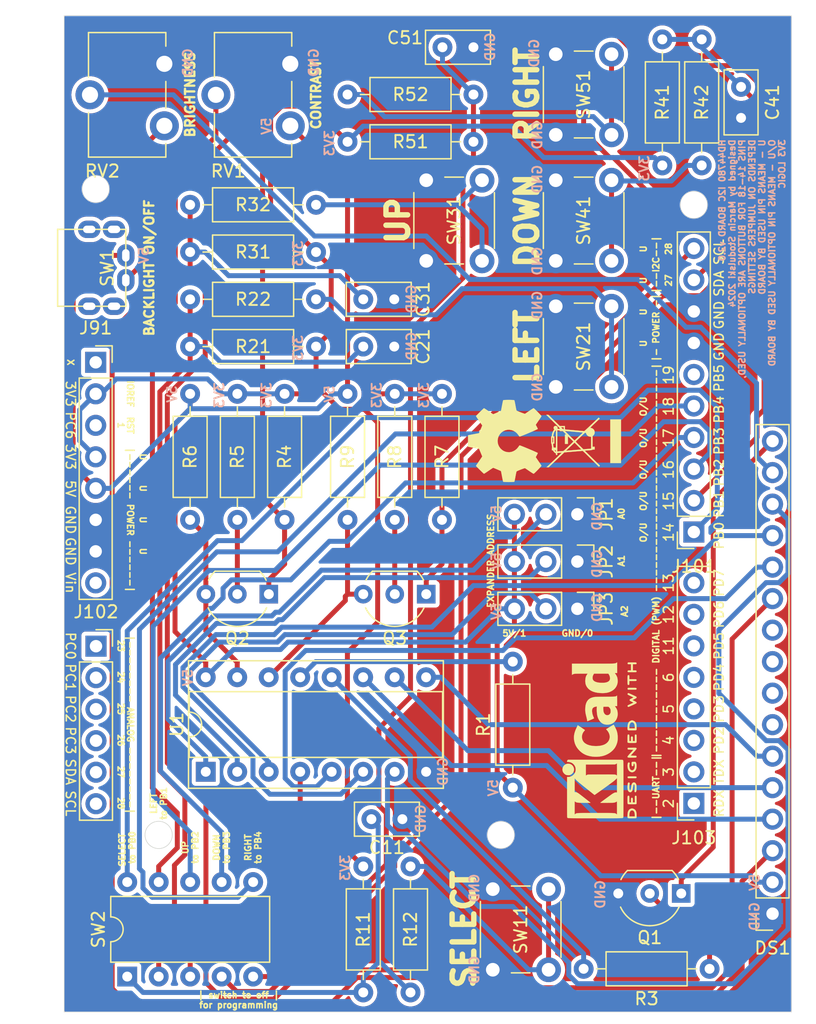
<source format=kicad_pcb>
(kicad_pcb (version 20221018) (generator pcbnew)
  (layers (0 "F.Cu" signal) (31 "B.Cu" signal) (34 "B.Paste" user) (35 "F.Paste" user) (36 "B.SilkS" user "B.Silkscreen") (37 "F.SilkS" user "F.Silkscreen") (38 "B.Mask" user) (39 "F.Mask" user) (44 "Edge.Cuts" user))
  (net 0 "")
  (net 1 "GNDREF")
  (net 2 "+5V")
  (net 3 "RS")
  (net 4 "RW")
  (net 5 "E")
  (net 6 "D4")
  (net 7 "D5")
  (net 8 "D6")
  (net 9 "D7")
  (net 10 "Net-(DS1-LED(-))")
  (net 11 "Net-(DS1-LED(+))")
  (net 13 "SDA")
  (net 14 "SCL")
  (net 16 "+3.3V")
  (net 18 "SDAC")
  (net 19 "SCLC")
  (net 21 "Net-(DS1-VO)")
  (net 39 "Net-(JP1-C)")
  (net 40 "Net-(JP2-C)")
  (net 41 "LED")
  (net 42 "PB0")
  (net 43 "PB1")
  (net 44 "PB2")
  (net 45 "PB3")
  (net 46 "PB4")
  (net 47 "Net-(JP3-C)")
  (net 48 "Net-(R12-Pad2)")
  (net 49 "Net-(R22-Pad2)")
  (net 50 "Net-(R32-Pad2)")
  (net 51 "Net-(R42-Pad2)")
  (net 52 "Net-(R52-Pad2)")
  (net 53 "Net-(Q1-B)")
  (net 54 "Net-(Q2-G)")
  (net 55 "Net-(Q3-G)")
  (net 56 "Net-(U1-~{INT})")
  (net 57 "SELECT")
  (net 58 "LEFT")
  (net 59 "UP")
  (net 60 "DOWN")
  (net 61 "RIGHT")
  (net 62 "Net-(RV2-Pad3)")
  (footprint "Resistor_THT:R_Axial_DIN0207_L6.3mm_D2.5mm_P10.16mm_Horizontal" (layer "F.Cu") (at 53.34 60.96 90)
    (fp_text reference "R7")
    (fp_text value "4k7")
  )
  (footprint "Resistor_THT:R_Axial_DIN0207_L6.3mm_D2.5mm_P10.16mm_Horizontal" (layer "F.Cu") (at 33.02 43.18)
    (fp_text reference "R22")
    (fp_text value "1K")
  )
  (footprint "Resistor_THT:R_Axial_DIN0207_L6.3mm_D2.5mm_P10.16mm_Horizontal" (layer "F.Cu") (at 71.12 32.385 90)
    (fp_text reference "R41")
    (fp_text value "10k")
  )
  (footprint "Resistor_THT:R_Axial_DIN0207_L6.3mm_D2.5mm_P10.16mm_Horizontal" (layer "F.Cu") (at 45.72 60.96 90)
    (fp_text reference "R9")
    (fp_text value "4k7")
  )
  (footprint "Connector_PinSocket_2.54mm:PinSocket_1x08_P2.54mm_Vertical" (layer "F.Cu") (at 25.4 48.26)
    (fp_text reference "J91")
    (fp_text value "Conn_01x08_Female")
  )
  (footprint "Package_DIP:DIP-10_W7.62mm" (layer "F.Cu") (at 27.945 97.78 90)
    (fp_text reference "SW2")
    (fp_text value "SW_DIP_x05")
  )
  (footprint "Button_Switch_THT:SW_PUSH_6mm_H4.3mm" (layer "F.Cu") (at 52.07 40.08 90)
    (fp_text reference "SW31")
    (fp_text value "SW_UP")
  )
  (footprint "Connector_PinSocket_2.54mm:PinSocket_1x16_P2.54mm_Vertical" (layer "F.Cu") (at 80.01 92.71 180)
    (fp_text reference "DS1")
    (fp_text value "HD44780")
  )
  (footprint "Connector_PinHeader_2.54mm:PinHeader_1x03_P2.54mm_Vertical" (layer "F.Cu") (at 64.262 64.322 -90)
    (fp_text reference "JP2")
    (fp_text value "Jumper")
  )
  (footprint "Capacitor_THT:C_Disc_D5.0mm_W2.5mm_P2.50mm" (layer "F.Cu") (at 46.99 46.99)
    (fp_text reference "C21")
    (fp_text value "100nF")
  )
  (footprint "Button_Switch_THT:SW_PUSH_6mm_H4.3mm" (layer "F.Cu") (at 62.52 50.24 90)
    (fp_text reference "SW21")
    (fp_text value "SW_LEFT")
  )
  (footprint "Resistor_THT:R_Axial_DIN0207_L6.3mm_D2.5mm_P10.16mm_Horizontal" (layer "F.Cu") (at 43.18 39.37 180)
    (fp_text reference "R31")
    (fp_text value "10k")
  )
  (footprint "Capacitor_THT:C_Disc_D5.0mm_W2.5mm_P2.50mm" (layer "F.Cu") (at 77.47 26.055 -90)
    (fp_text reference "C41")
    (fp_text value "100nF")
  )
  (footprint "Connector_PinHeader_2.54mm:PinHeader_1x03_P2.54mm_Vertical" (layer "F.Cu") (at 64.262 60.512 -90)
    (fp_text reference "JP1")
    (fp_text value "Jumper")
  )
  (footprint "moja_biblioteka:wlacznik katowy" (layer "F.Cu") (at 27.83 41.64 90)
    (fp_text reference "SW1")
    (fp_text value "SW_DIP_x01")
  )
  (footprint "Capacitor_THT:C_Disc_D5.0mm_W2.5mm_P2.50mm" (layer "F.Cu") (at 53.38 22.86)
    (fp_text reference "C51")
    (fp_text value "100nF")
  )
  (footprint "Resistor_THT:R_Axial_DIN0207_L6.3mm_D2.5mm_P10.16mm_Horizontal" (layer "F.Cu") (at 50.8 99.06 90)
    (fp_text reference "R12")
    (fp_text value "1K")
  )
  (footprint "Button_Switch_THT:SW_PUSH_6mm_H4.3mm" (layer "F.Cu") (at 62.52 29.92 90)
    (fp_text reference "SW51")
    (fp_text value "SW_RIGHT")
  )
  (footprint "Connector_PinSocket_2.54mm:PinSocket_1x06_P2.54mm_Vertical" (layer "F.Cu") (at 25.425 71.145)
    (fp_text reference "J102")
    (fp_text value "Conn_01x06_Female")
  )
  (footprint "Capacitor_THT:C_Disc_D5.0mm_W2.5mm_P2.50mm" (layer "F.Cu") (at 46.99 43.18)
    (fp_text reference "C31")
    (fp_text value "100nF")
  )
  (footprint "Resistor_THT:R_Axial_DIN0207_L6.3mm_D2.5mm_P10.16mm_Horizontal" (layer "F.Cu") (at 46.99 88.9 -90)
    (fp_text reference "R11")
    (fp_text value "10k")
  )
  (footprint "Connector_PinSocket_2.54mm:PinSocket_1x10_P2.54mm_Vertical" (layer "F.Cu") (at 73.66 61.94 180)
    (fp_text reference "J101")
    (fp_text value "Conn_01x10_Female")
  )
  (footprint "Resistor_THT:R_Axial_DIN0207_L6.3mm_D2.5mm_P10.16mm_Horizontal" (layer "F.Cu") (at 74.295 22.225 -90)
    (fp_text reference "R42")
    (fp_text value "1K")
  )
  (footprint "Resistor_THT:R_Axial_DIN0207_L6.3mm_D2.5mm_P10.16mm_Horizontal" (layer "F.Cu") (at 36.83 60.96 90)
    (fp_text reference "R5")
    (fp_text value "4k7")
  )
  (footprint "Resistor_THT:R_Axial_DIN0207_L6.3mm_D2.5mm_P10.16mm_Horizontal" (layer "F.Cu") (at 43.18 46.99 180)
    (fp_text reference "R21")
    (fp_text value "10k")
  )
  (footprint "Package_TO_SOT_THT:TO-92_Inline_Wide" (layer "F.Cu") (at 52.07 66.95 180)
    (fp_text reference "Q3")
    (fp_text value "2N7000")
  )
  (footprint "moja_biblioteka:Potentiometer_ACP_CA9-V5_Vertical" (layer "F.Cu") (at 41.1 24.195 180)
    (fp_text reference "RV1")
    (fp_text value "10k")
  )
  (footprint "Package_TO_SOT_THT:TO-92_Inline_Wide" (layer "F.Cu") (at 39.37 66.95 180)
    (fp_text reference "Q2")
    (fp_text value "2N7000")
  )
  (footprint "Package_TO_SOT_THT:TO-92_Inline_Wide" (layer "F.Cu") (at 72.644 91.08 180)
    (fp_text reference "Q1")
    (fp_text value "BC337")
  )
  (footprint "Connector_PinHeader_2.54mm:PinHeader_1x03_P2.54mm_Vertical" (layer "F.Cu") (at 64.262 68.132 -90)
    (fp_text reference "JP3")
    (fp_text value "Jumper")
  )
  (footprint "Resistor_THT:R_Axial_DIN0207_L6.3mm_D2.5mm_P10.16mm_Horizontal" (layer "F.Cu") (at 49.53 60.96 90)
    (fp_text reference "R8")
    (fp_text value "4k7")
  )
  (footprint "Capacitor_THT:C_Disc_D5.0mm_W2.5mm_P2.50mm" (layer "F.Cu") (at 47.645 85.09)
    (fp_text reference "C11")
    (fp_text value "100nF")
  )
  (footprint "Package_DIP:DIP-16_W7.62mm_Socket" (layer "F.Cu") (at 34.28 81.27 90)
    (fp_text reference "U1")
    (fp_text value "PCF8574A")
  )
  (footprint "Resistor_THT:R_Axial_DIN0207_L6.3mm_D2.5mm_P10.16mm_Horizontal" (layer "F.Cu") (at 64.77 97.155)
    (fp_text reference "R3")
    (fp_text value "1k")
  )
  (footprint "Resistor_THT:R_Axial_DIN0207_L6.3mm_D2.5mm_P10.16mm_Horizontal" (layer "F.Cu") (at 33.02 60.96 90)
    (fp_text reference "R6")
    (fp_text value "4k7")
  )
  (footprint "Symbol:KiCad-Logo2_5mm_SilkScreen" (layer "F.Cu") (at 66.04 78.74 90)
    (fp_text reference "REFL1" hide)
    (fp_text value "KiCad-Logo2_5mm_SilkScreen" hide)
  )
  (footprint "Resistor_THT:R_Axial_DIN0207_L6.3mm_D2.5mm_P10.16mm_Horizontal" (layer "F.Cu") (at 59.055 82.55 90)
    (fp_text reference "R1")
    (fp_text value "10k")
  )
  (footprint "Resistor_THT:R_Axial_DIN0207_L6.3mm_D2.5mm_P10.16mm_Horizontal" (layer "F.Cu") (at 40.64 60.96 90)
    (fp_text reference "R4")
    (fp_text value "4k7")
  )
  (footprint "Symbol:OSHW-Symbol_6.7x6mm_SilkScreen" (layer "F.Cu") (at 58.42 54.61 90)
    (fp_text reference "REFL2" hide)
    (fp_text value "OSHW-Symbol_6.7x6mm_SilkScreen" hide)
  )
  (footprint "moja_biblioteka:Potentiometer_ACP_CA9-V5_Vertical" (layer "F.Cu") (at 30.94 24.195 180)
    (fp_text reference "RV2")
    (fp_text value "500")
  )
  (footprint "Resistor_THT:R_Axial_DIN0207_L6.3mm_D2.5mm_P10.16mm_Horizontal" (layer "F.Cu") (at 45.72 30.48)
    (fp_text reference "R51")
    (fp_text value "10k")
  )
  (footprint "Button_Switch_THT:SW_PUSH_6mm_H4.3mm" (layer "F.Cu") (at 57.44 97.23 90)
    (fp_text reference "SW11")
    (fp_text value "SW_SELECT")
  )
  (footprint "Resistor_THT:R_Axial_DIN0207_L6.3mm_D2.5mm_P10.16mm_Horizontal" (layer "F.Cu") (at 33.02 35.56)
    (fp_text reference "R32")
    (fp_text value "1K")
  )
  (footprint "Symbol:WEEE-Logo_4.2x6mm_SilkScreen" (layer "F.Cu") (at 64.77 54.61 90)
    (fp_text reference "REFL3" hide)
    (fp_text value "WEEE-Logo_4.2x6mm_SilkScreen" hide)
  )
  (footprint "Connector_PinSocket_2.54mm:PinSocket_1x08_P2.54mm_Vertical" (layer "F.Cu") (at 73.66 83.82 180)
    (fp_text reference "J103")
    (fp_text value "Conn_01x08_Female")
  )
  (footprint "Resistor_THT:R_Axial_DIN0207_L6.3mm_D2.5mm_P10.16mm_Horizontal" (layer "F.Cu") (at 55.88 26.67 180)
    (fp_text reference "R52")
    (fp_text value "1K")
  )
  (footprint "Button_Switch_THT:SW_PUSH_6mm_H4.3mm" (layer "F.Cu") (at 62.52 40.08 90)
    (fp_text reference "SW41")
    (fp_text value "SW_DOWN")
  )
  (gr_line (start 81.534 100.63) (end 81.534 20.32) (stroke (width 0.05)) (layer "Edge.Cuts"))
  (gr_circle (center 58.09 86.36) (end 59.19 86.36) (stroke (width 0.05)) (fill none) (layer "Edge.Cuts"))
  (gr_circle (center 30.48 86.36) (end 31.58 86.36) (stroke (width 0.05)) (fill none) (layer "Edge.Cuts"))
  (gr_circle (center 73.66 35.56) (end 74.76 35.56) (stroke (width 0.05)) (fill none) (layer "Edge.Cuts"))
  (gr_line (start 81.534 20.32) (end 22.86 20.32) (stroke (width 0.05)) (layer "Edge.Cuts"))
  (gr_circle (center 25.4 34.29) (end 26.5 34.29) (stroke (width 0.05)) (fill none) (layer "Edge.Cuts"))
  (gr_line (start 22.86 100.63) (end 81.534 100.63) (stroke (width 0.05)) (layer "Edge.Cuts"))
  (gr_line (start 22.86 20.32) (end 22.86 100.63) (stroke (width 0.05)) (layer "Edge.Cuts"))
  (gr_text "3V3" (at 48.514 49.784 90) (layer "B.SilkS") (effects (font (size 0.75 0.75)) (justify left bottom mirror)))
  (gr_text "5V" (at 29.718 38.862 90) (layer "B.SilkS") (effects (font (size 0.75 0.75)) (justify left bottom mirror)))
  (gr_text "GND" (at 61.468 38.862 90) (layer "B.SilkS") (effects (font (size 0.75 0.75)) (justify left bottom mirror)))
  (gr_text "5V" (at 33.274 72.898 90) (layer "B.SilkS") (effects (font (size 0.75 0.75)) (justify left bottom mirror)))
  (gr_text "GND" (at 66.294 59.436 90) (layer "B.SilkS") (effects (font (size 0.75 0.75)) (justify left bottom mirror)))
  (gr_text "5V" (at 58.166 63.5 90) (layer "B.SilkS") (effects (font (size 0.75 0.75)) (justify left bottom mirror)))
  (gr_text "GND" (at 66.294 66.802 90) (layer "B.SilkS") (effects (font (size 0.75 0.75)) (justify left bottom mirror)))
  (gr_text "3V3" (at 39.624 49.784 90) (layer "B.SilkS") (effects (font (size 0.75 0.75)) (justify left bottom mirror)))
  (gr_text "GND" (at 61.214 22.098 90) (layer "B.SilkS") (effects (font (size 0.75 0.75)) (justify left bottom mirror)))
  (gr_text "GND" (at 57.658 21.59 90) (layer "B.SilkS") (effects (font (size 0.75 0.75)) (justify left bottom mirror)))
  (gr_text "GND" (at 78.994 91.694 90) (layer "B.SilkS") (effects (font (size 0.75 0.75)) (justify left bottom mirror)))
  (gr_text "3V3" (at 35.814 49.784 90) (layer "B.SilkS") (effects (font (size 0.75 0.75)) (justify left bottom mirror)))
  (gr_text "GND" (at 61.468 42.418 90) (layer "B.SilkS") (effects (font (size 0.75 0.75)) (justify left bottom mirror)))
  (gr_text "GND" (at 33.274 22.86 90) (layer "B.SilkS") (effects (font (size 0.75 0.75)) (justify left bottom mirror)))
  (gr_text "5V" (at 58.166 67.564 90) (layer "B.SilkS") (effects (font (size 0.75 0.75)) (justify left bottom mirror)))
  (gr_text "HD44780 I2C BOARD v2.0\nDesigned by Marcin Stodulski 2024\nPINS 14-18 FOR BUTTONS ARE OPTIONALLY USED,\nDEPENDS ON JUMPERS SETTINGS\nU - MEANS PIN USED BY BOARD\nO/U - MEANS PIN OPTIONALLY USED BY BOARD\n3V3 LOGIC" (at 78.359 30.226 90) (layer "B.SilkS") (effects (font (size 0.5 0.5) (thickness 0.125)) (justify left mirror)))
  (gr_text "5V" (at 78.994 89.408 90) (layer "B.SilkS") (effects (font (size 0.75 0.75)) (justify left bottom mirror)))
  (gr_text "5V" (at 57.912 81.788 90) (layer "B.SilkS") (effects (font (size 0.75 0.75)) (justify left bottom mirror)))
  (gr_text "GND" (at 66.294 63.246 90) (layer "B.SilkS") (effects (font (size 0.75 0.75)) (justify left bottom mirror)))
  (gr_text "GND" (at 51.308 45.72 90) (layer "B.SilkS") (effects (font (size 0.75 0.75)) (justify left bottom mirror)))
  (gr_text "GND" (at 56.388 89.408 90) (layer "B.SilkS") (effects (font (size 0.75 0.75)) (justify left bottom mirror)))
  (gr_text "5V" (at 58.166 59.69 90) (layer "B.SilkS") (effects (font (size 0.75 0.75)) (justify left bottom mirror)))
  (gr_text "GND" (at 66.548 89.916 90) (layer "B.SilkS") (effects (font (size 0.75 0.75)) (justify left bottom mirror)))
  (gr_text "5V" (at 32.004 50.038 90) (layer "B.SilkS") (effects (font (size 0.75 0.75)) (justify left bottom mirror)))
  (gr_text "3V3" (at 45.974 87.884 90) (layer "B.SilkS") (effects (font (size 0.75 0.75)) (justify left bottom mirror)))
  (gr_text "3V3" (at 70.104 31.496 90) (layer "B.SilkS") (effects (font (size 0.75 0.75)) (justify left bottom mirror)))
  (gr_text "5V" (at 39.624 28.448 90) (layer "B.SilkS") (effects (font (size 0.75 0.75)) (justify left bottom mirror)))
  (gr_text "5V" (at 44.704 50.038 90) (layer "B.SilkS") (effects (font (size 0.75 0.75)) (justify left bottom mirror)))
  (gr_text "GND" (at 53.848 80.01 90) (layer "B.SilkS") (effects (font (size 0.75 0.75)) (justify left bottom mirror)))
  (gr_text "GND" (at 61.468 32.258 90) (layer "B.SilkS") (effects (font (size 0.75 0.75)) (justify left bottom mirror)))
  (gr_text "GND" (at 43.434 22.86 90) (layer "B.SilkS") (effects (font (size 0.75 0.75)) (justify left bottom mirror)))
  (gr_text "GND" (at 61.468 49.022 90) (layer "B.SilkS") (effects (font (size 0.75 0.75)) (justify left bottom mirror)))
  (gr_text "GND" (at 51.308 41.91 90) (layer "B.SilkS") (effects (font (size 0.75 0.75)) (justify left bottom mirror)))
  (gr_text "GND" (at 61.468 28.702 90) (layer "B.SilkS") (effects (font (size 0.75 0.75)) (justify left bottom mirror)))
  (gr_text "GND" (at 56.388 96.012 90) (layer "B.SilkS") (effects (font (size 0.75 0.75)) (justify left bottom mirror)))
  (gr_text "3V3" (at 44.704 29.464 90) (layer "B.SilkS") (effects (font (size 0.75 0.75)) (justify left bottom mirror)))
  (gr_text "GND" (at 52.07 83.82 90) (layer "B.SilkS") (effects (font (size 0.75 0.75)) (justify left bottom mirror)))
  (gr_text "3V3" (at 52.324 49.784 90) (layer "B.SilkS") (effects (font (size 0.75 0.75)) (justify left bottom mirror)))
  (gr_text "3V3" (at 42.164 45.974 90) (layer "B.SilkS") (effects (font (size 0.75 0.75)) (justify left bottom mirror)))
  (gr_text "3V3" (at 42.164 38.354 90) (layer "B.SilkS") (effects (font (size 0.75 0.75)) (justify left bottom mirror)))
  (gr_text "O/U" (at 69.596 56.896 90) (layer "F.SilkS") (effects (font (size 0.5 0.5) (thickness 0.125))))
  (gr_text "PD5" (at 75.692 71.12 90) (layer "F.SilkS") (effects (font (size 0.75 0.75) (thickness 0.125))))
  (gr_text "28" (at 71.628 39.116 90) (layer "F.SilkS") (effects (font (size 0.5 0.5) (thickness 0.125))))
  (gr_text "GND/0" (at 64.262 70.104) (layer "F.SilkS") (effects (font (size 0.5 0.5) (thickness 0.125))))
  (gr_text "PD6" (at 75.692 68.58 90) (layer "F.SilkS") (effects (font (size 0.75 0.75) (thickness 0.125))))
  (gr_text "11" (at 71.628 71.12 90) (layer "F.SilkS") (effects (font (size 0.8 0.8) (thickness 0.125))))
  (gr_text "GND" (at 23.368 63.5 270) (layer "F.SilkS") (effects (font (size 0.75 0.75) (thickness 0.125))))
  (gr_text "24" (at 27.432 73.66 270) (layer "F.SilkS") (effects (font (size 0.5 0.5) (thickness 0.125))))
  (gr_text "DOWN\nto PB3" (at 35.56 87.376 90) (layer "F.SilkS") (effects (font (size 0.5 0.5) (thickness 0.125))))
  (gr_text "EXPANDER ADDRESS" (at 57.277 64.262 90) (layer "F.SilkS") (effects (font (size 0.5 0.5) (thickness 0.125))))
  (gr_text "LEFT" (at 60.198 46.99 90) (layer "F.SilkS") (effects (font (size 1.75 1.75) (thickness 0.4375))))
  (gr_text "PC2" (at 23.368 76.2 270) (layer "F.SilkS") (effects (font (size 0.75 0.75) (thickness 0.125))))
  (gr_text "16" (at 71.628 56.896 90) (layer "F.SilkS") (effects (font (size 0.8 0.8) (thickness 0.125))))
  (gr_text "14" (at 71.628 61.976 90) (layer "F.SilkS") (effects (font (size 0.8 0.8) (thickness 0.125))))
  (gr_text "A1" (at 67.818 64.262 90) (layer "F.SilkS") (effects (font (size 0.5 0.5) (thickness 0.125))))
  (gr_text "13" (at 71.628 66.04 90) (layer "F.SilkS") (effects (font (size 0.8 0.8) (thickness 0.125))))
  (gr_text "Vin" (at 23.368 66.04 270) (layer "F.SilkS") (effects (font (size 0.75 0.75) (thickness 0.125))))
  (gr_text "25" (at 27.432 76.2 270) (layer "F.SilkS") (effects (font (size 0.5 0.5) (thickness 0.125))))
  (gr_text "PD4" (at 75.692 73.66 90) (layer "F.SilkS") (effects (font (size 0.75 0.75) (thickness 0.125))))
  (gr_text "|--I2C--|" (at 70.612 40.386 90) (layer "F.SilkS") (effects (font (size 0.5 0.5) (thickness 0.125))))
  (gr_text "SDA" (at 23.368 81.28 270) (layer "F.SilkS") (effects (font (size 0.75 0.75) (thickness 0.125))))
  (gr_text "RIGHT\nto PB4" (at 38.1 87.376 90) (layer "F.SilkS") (effects (font (size 0.5 0.5) (thickness 0.125))))
  (gr_text "GND" (at 23.368 60.96 270) (layer "F.SilkS") (effects (font (size 0.75 0.75) (thickness 0.125))))
  (gr_text "27" (at 27.432 81.28 270) (layer "F.SilkS") (effects (font (size 0.5 0.5) (thickness 0.125))))
  (gr_text "SDA" (at 75.692 41.91 90) (layer "F.SilkS") (effects (font (size 0.75 0.75) (thickness 0.125))))
  (gr_text "U" (at 29.21 60.96 270) (layer "F.SilkS") (effects (font (size 0.5 0.5) (thickness 0.125))))
  (gr_text "27" (at 71.628 41.656 90) (layer "F.SilkS") (effects (font (size 0.5 0.5) (thickness 0.125))))
  (gr_text "26" (at 27.432 78.74 270) (layer "F.SilkS") (effects (font (size 0.5 0.5) (thickness 0.125))))
  (gr_text "RIGHT" (at 60.198 26.67 90) (layer "F.SilkS") (effects (font (size 1.75 1.75) (thickness 0.4375))))
  (gr_text "PC3" (at 23.368 78.74 270) (layer "F.SilkS") (effects (font (size 0.75 0.75) (thickness 0.125))))
  (gr_text "1" (at 27.432 53.34 270) (layer "F.SilkS") (effects (font (size 0.5 0.5) (thickness 0.125))))
  (gr_text "| switch to off |\nfor programming" (at 36.9316 99.6696) (layer "F.SilkS") (effects (font (size 0.5 0.5) (thickness 0.125))))
  (gr_text "IOREF" (at 28.194 50.8 270) (layer "F.SilkS") (effects (font (size 0.5 0.5) (thickness 0.125))))
  (gr_text "O/U" (at 69.596 61.976 90) (layer "F.SilkS") (effects (font (size 0.5 0.5) (thickness 0.125))))
  (gr_text "A0" (at 67.818 60.452 90) (layer "F.SilkS") (effects (font (size 0.5 0.5) (thickness 0.125))))
  (gr_text "LEFT\nto PB1" (at 30.48 83.82 90) (layer "F.SilkS") (effects (font (size 0.5 0.5) (thickness 0.125))))
  (gr_text "X" (at 23.368 48.26 270) (layer "F.SilkS") (effects (font (size 0.5 0.5) (thickness 0.125))))
  (gr_text "|----------- DIGITAL (PWM) -----------------------------|" (at 70.612 64.262 90) (layer "F.SilkS") (effects (font (size 0.5 0.5) (thickness 0.125))))
  (gr_text "12" (at 71.628 68.58 90) (layer "F.SilkS") (effects (font (size 0.8 0.8) (thickness 0.125))))
  (gr_text "PD7" (at 75.692 66.04 90) (layer "F.SilkS") (effects (font (size 0.75 0.75) (thickness 0.125))))
  (gr_text "PC6" (at 23.368 53.34 270) (layer "F.SilkS") (effects (font (size 0.75 0.75) (thickness 0.125))))
  (gr_text "GND" (at 75.692 44.45 90) (layer "F.SilkS") (effects (font (size 0.75 0.75) (thickness 0.125))))
  (gr_text "U" (at 29.21 55.88 270) (layer "F.SilkS") (effects (font (size 0.5 0.5) (thickness 0.125))))
  (gr_text "PB5" (at 75.692 49.53 90) (layer "F.SilkS") (effects (font (size 0.75 0.75) (thickness 0.125))))
  (gr_text "PB0" (at 75.692 62.23 90) (layer "F.SilkS") (effects (font (size 0.75 0.75) (thickness 0.125))))
  (gr_text "PB3" (at 75.692 54.61 90) (layer "F.SilkS") (effects (font (size 0.75 0.75) (thickness 0.125))))
  (gr_text "5" (at 71.628 76.2 90) (layer "F.SilkS") (effects (font (size 0.8 0.8) (thickness 0.125))))
  (gr_text "SELECT \nto PB0" (at 27.94 87.376 90) (layer "F.SilkS") (effects (font (size 0.5 0.5) (thickness 0.125))))
  (gr_text "|------ POWER ------|" (at 28.194 60.96 270) (layer "F.SilkS") (effects (font (size 0.5 0.5) (thickness 0.125))))
  (gr_text "5V" (at 23.368 58.45 270) (layer "F.SilkS") (effects (font (size 0.75 0.75) (thickness 0.125))))
  (gr_text "3V3" (at 23.368 55.88 270) (layer "F.SilkS") (effects (font (size 0.75 0.75) (thickness 0.125))))
  (gr_text "18" (at 71.628 51.816 90) (layer "F.SilkS") (effects (font (size 0.8 0.8) (thickness 0.125))))
  (gr_text "PD2" (at 75.692 78.74 90) (layer "F.SilkS") (effects (font (size 0.75 0.75) (thickness 0.125))))
  (gr_text "RDX" (at 75.692 83.82 90) (layer "F.SilkS") (effects (font (size 0.75 0.75) (thickness 0.125))))
  (gr_text "U" (at 69.596 41.656 90) (layer "F.SilkS") (effects (font (size 0.5 0.5) (thickness 0.125))))
  (gr_text "PD3" (at 75.692 76.2 90) (layer "F.SilkS") (effects (font (size 0.75 0.75) (thickness 0.125))))
  (gr_text "U" (at 29.21 63.5 270) (layer "F.SilkS") (effects (font (size 0.5 0.5) (thickness 0.125))))
  (gr_text "19" (at 71.628 49.276 90) (layer "F.SilkS") (effects (font (size 0.8 0.8) (thickness 0.125))))
  (gr_text "SELECT" (at 55.118 93.98 90) (layer "F.SilkS") (effects (font (size 1.75 1.75) (thickness 0.4375))))
  (gr_text "28" (at 27.432 83.82 270) (layer "F.SilkS") (effects (font (size 0.5 0.5) (thickness 0.125))))
  (gr_text "PB2" (at 75.692 57.15 90) (layer "F.SilkS") (effects (font (size 0.75 0.75) (thickness 0.125))))
  (gr_text "O/U" (at 69.596 51.816 90) (layer "F.SilkS") (effects (font (size 0.5 0.5) (thickness 0.125))))
  (gr_text "17" (at 71.628 54.356 90) (layer "F.SilkS") (effects (font (size 0.8 0.8) (thickness 0.125))))
  (gr_text "SCL" (at 23.368 83.82 270) (layer "F.SilkS") (effects (font (size 0.75 0.75) (thickness 0.125))))
  (gr_text "6" (at 71.628 73.66 90) (layer "F.SilkS") (effects (font (size 0.8 0.8) (thickness 0.125))))
  (gr_text "|- POWER -|" (at 70.612 45.466 90) (layer "F.SilkS") (effects (font (size 0.5 0.5) (thickness 0.125))))
  (gr_text "3" (at 71.628 81.28 90) (layer "F.SilkS") (effects (font (size 0.8 0.8) (thickness 0.125))))
  (gr_text "4" (at 71.628 78.74 90) (layer "F.SilkS") (effects (font (size 0.8 0.8) (thickness 0.125))))
  (gr_text "CONTRAST" (at 43.18 26.67 90) (layer "F.SilkS") (effects (font (size 0.75 0.75) (thickness 0.1875))))
  (gr_text "|-------- ANALOG --------|" (at 28.194 77.47 270) (layer "F.SilkS") (effects (font (size 0.5 0.5) (thickness 0.125))))
  (gr_text "5V/1" (at 59.182 70.104) (layer "F.SilkS") (effects (font (size 0.5 0.5) (thickness 0.125))))
  (gr_text "U" (at 69.596 46.736 90) (layer "F.SilkS") (effects (font (size 0.5 0.5) (thickness 0.125))))
  (gr_text "PB1" (at 75.692 59.69 90) (layer "F.SilkS") (effects (font (size 0.75 0.75) (thickness 0.125))))
  (gr_text "DOWN" (at 60.198 36.83 90) (layer "F.SilkS") (effects (font (size 1.75 1.75) (thickness 0.4375))))
  (gr_text "RST" (at 28.194 53.34 270) (layer "F.SilkS") (effects (font (size 0.5 0.5) (thickness 0.125))))
  (gr_text "U" (at 69.596 39.116 90) (layer "F.SilkS") (effects (font (size 0.5 0.5) (thickness 0.125))))
  (gr_text "3V3" (at 23.368 50.8 270) (layer "F.SilkS") (effects (font (size 0.75 0.75) (thickness 0.125))))
  (gr_text "UP" (at 49.784 36.83 90) (layer "F.SilkS") (effects (font (size 1.75 1.75) (thickness 0.4375))))
  (gr_text "GND" (at 75.692 46.99 90) (layer "F.SilkS") (effects (font (size 0.75 0.75) (thickness 0.125))))
  (gr_text "O/U" (at 69.596 54.356 90) (layer "F.SilkS") (effects (font (size 0.5 0.5) (thickness 0.125))))
  (gr_text "|--UART--|" (at 70.612 82.55 90) (layer "F.SilkS") (effects (font (size 0.5 0.5) (thickness 0.125))))
  (gr_text "A2" (at 68.072 68.326 90) (layer "F.SilkS") (effects (font (size 0.5 0.5) (thickness 0.125))))
  (gr_text "BRIGHTNESS" (at 33.02 26.67 90) (layer "F.SilkS") (effects (font (size 0.75 0.75) (thickness 0.1875))))
  (gr_text "15" (at 71.628 59.436 90) (layer "F.SilkS") (effects (font (size 0.8 0.8) (thickness 0.125))))
  (gr_text "U" (at 69.596 44.196 90) (layer "F.SilkS") (effects (font (size 0.5 0.5) (thickness 0.125))))
  (gr_text "U" (at 29.21 58.42 270) (layer "F.SilkS") (effects (font (size 0.5 0.5) (thickness 0.125))))
  (gr_text "SCL" (at 75.692 39.37 90) (layer "F.SilkS") (effects (font (size 0.75 0.75) (thickness 0.125))))
  (gr_text "O/U" (at 69.596 59.436 90) (layer "F.SilkS") (effects (font (size 0.5 0.5) (thickness 0.125))))
  (gr_text "UP\nto PB2" (at 33.02 87.376 90) (layer "F.SilkS") (effects (font (size 0.5 0.5) (thickness 0.125))))
  (gr_text "TDX" (at 75.692 81.28 90) (layer "F.SilkS") (effects (font (size 0.75 0.75) (thickness 0.125))))
  (gr_text "2" (at 71.628 83.82 90) (layer "F.SilkS") (effects (font (size 0.8 0.8) (thickness 0.125))))
  (gr_text "PB4" (at 75.692 52.07 90) (layer "F.SilkS") (effects (font (size 0.75 0.75) (thickness 0.125))))
  (gr_text "PC0" (at 23.368 71.12 270) (layer "F.SilkS") (effects (font (size 0.75 0.75) (thickness 0.125))))
  (gr_text "23" (at 27.432 71.12 270) (layer "F.SilkS") (effects (font (size 0.5 0.5) (thickness 0.125))))
  (gr_text "BACKLIGHT ON/OFF" (at 29.718 40.64 90) (layer "F.SilkS") (effects (font (size 0.75 0.75) (thickness 0.1875))))
  (gr_text "PC1" (at 23.368 73.66 270) (layer "F.SilkS") (effects (font (size 0.75 0.75) (thickness 0.125))))
  (segment (start 52.06 81.27) (end 52.06 83.175) (width 0.4) (layer "F.Cu") (net 1))
  (segment (start 60.392 87.778) (end 64.262 87.778) (width 0.4) (layer "F.Cu") (net 1))
  (segment (start 62.52 29.92) (end 62.52 33.58) (width 0.4) (layer "F.Cu") (net 1))
  (segment (start 68.538 46.7) (end 63.759 51.479) (width 0.4) (layer "F.Cu") (net 1))
  (segment (start 63.759 51.479) (end 62.52 50.24) (width 0.4) (layer "F.Cu") (net 1))
  (segment (start 25.4 60.96) (end 25.4 63.5) (width 0.4) (layer "F.Cu") (net 1))
  (segment (start 64.262 68.132) (end 64.262 64.322) (width 0.4) (layer "F.Cu") (net 1))
  (segment (start 67.564 91.08) (end 64.262 87.778) (width 0.4) (layer "F.Cu") (net 1))
  (segment (start 57.44 97.23) (end 57.44 90.73) (width 0.4) (layer "F.Cu") (net 1))
  (segment (start 64.262 51.982) (end 63.759 51.479) (width 0.4) (layer "F.Cu") (net 1))
  (segment (start 64.262 60.512) (end 64.262 51.982) (width 0.4) (layer "F.Cu") (net 1))
  (segment (start 49.49 43.18) (end 49.49 46.99) (width 0.4) (layer "F.Cu") (net 1))
  (segment (start 73.66 46.7) (end 68.538 46.7) (width 0.4) (layer "F.Cu") (net 1))
  (segment (start 57.44 90.73) (end 60.392 87.778) (width 0.4) (layer "F.Cu") (net 1))
  (segment (start 64.262 64.322) (end 64.262 60.512) (width 0.4) (layer "F.Cu") (net 1))
  (segment (start 52.06 83.175) (end 50.145 85.09) (width 0.4) (layer "F.Cu") (net 1))
  (segment (start 73.66 44.16) (end 73.66 46.7) (width 0.4) (layer "F.Cu") (net 1))
  (segment (start 62.52 40.08) (end 62.52 43.74) (width 0.4) (layer "F.Cu") (net 1))
  (segment (start 62.52 33.58) (end 62.52 40.08) (width 0.4) (layer "F.Cu") (net 1))
  (segment (start 52.07 33.58) (end 52.07 40.08) (width 0.4) (layer "F.Cu") (net 1))
  (segment (start 62.52 23.42) (end 62.52 29.92) (width 0.4) (layer "F.Cu") (net 1))
  (segment (start 64.262 87.778) (end 64.262 68.132) (width 0.4) (layer "F.Cu") (net 1))
  (segment (start 49.49 43.18) (end 49.49 42.66) (width 0.4) (layer "B.Cu") (net 1))
  (segment (start 62.52 50.24) (end 62.52 43.74) (width 0.4) (layer "B.Cu") (net 1))
  (segment (start 69.194 92.71) (end 80.01 92.71) (width 0.4) (layer "B.Cu") (net 1))
  (segment (start 26.6519 60.96) (end 27.9038 59.7081) (width 0.4) (layer "B.Cu") (net 1))
  (segment (start 61.96 22.86) (end 55.88 22.86) (width 0.4) (layer "B.Cu") (net 1))
  (segment (start 53.4876 32.1624) (end 61.1004 32.1624) (width 0.4) (layer "B.Cu") (net 1))
  (segment (start 55.88 22.86) (end 54.661 21.641) (width 0.4) (layer "B.Cu") (net 1))
  (segment (start 54.661 21.641) (end 43.654 21.641) (width 0.4) (layer "B.Cu") (net 1))
  (segment (start 67.655 28.555) (end 62.52 23.42) (width 0.4) (layer "B.Cu") (net 1))
  (segment (start 62.52 23.42) (end 61.96 22.86) (width 0.4) (layer "B.Cu") (net 1))
  (segment (start 67.564 91.08) (end 69.194 92.71) (width 0.4) (layer "B.Cu") (net 1))
  (segment (start 50.145 85.09) (end 55.785 90.73) (width 0.4) (layer "B.Cu") (net 1))
  (segment (start 62.518 33.58) (end 62.52 33.58) (width 0.4) (layer "B.Cu") (net 1))
  (segment (start 30.94 24.195) (end 41.1 24.195) (width 0.4) (layer "B.Cu") (net 1))
  (segment (start 55.785 90.73) (end 57.44 90.73) (width 0.4) (layer "B.Cu") (net 1))
  (segment (start 77.47 28.555) (end 67.655 28.555) (width 0.4) (layer "B.Cu") (net 1))
  (segment (start 27.9038 59.7081) (end 38.5277 59.7081) (width 0.4) (layer "B.Cu") (net 1))
  (segment (start 49.49 48.7458) (end 49.49 46.99) (width 0.4) (layer "B.Cu") (net 1))
  (segment (start 43.654 21.641) (end 41.1 24.195) (width 0.4) (layer "B.Cu") (net 1))
  (segment (start 25.4 60.96) (end 26.6519 60.96) (width 0.4) (layer "B.Cu") (net 1))
  (segment (start 61.1004 32.1624) (end 62.518 33.58) (width 0.4) (layer "B.Cu") (net 1))
  (segment (start 49.49 42.66) (end 52.07 40.08) (width 0.4) (layer "B.Cu") (net 1))
  (segment (start 52.07 33.58) (end 53.4876 32.1624) (width 0.4) (layer "B.Cu") (net 1))
  (segment (start 38.5277 59.7081) (end 49.49 48.7458) (width 0.4) (layer "B.Cu") (net 1))
  (segment (start 59.182 68.132) (end 59.182 69.3839) (width 0.4) (layer "F.Cu") (net 2))
  (segment (start 34.28 73.65) (end 34.28 72.4481) (width 0.4) (layer "F.Cu") (net 2))
  (segment (start 25.4 58.42) (end 23.58 56.6) (width 0.4) (layer "F.Cu") (net 2))
  (segment (start 33.02 52.0019) (end 31.801 53.2209) (width 0.4) (layer "F.Cu") (net 2))
  (segment (start 59.182 60.512) (end 59.182 64.322) (width 0.4) (layer "F.Cu") (net 2))
  (segment (start 23.58 42.79) (end 26.73 39.64) (width 0.4) (layer "F.Cu") (net 2))
  (segment (start 59.182 69.3839) (end 57.7929 70.773) (width 0.4) (layer "F.Cu") (net 2))
  (segment (start 33.02 50.8) (end 33.02 52.0019) (width 0.4) (layer "F.Cu") (net 2))
  (segment (start 59.182 64.322) (end 59.182 68.132) (width 0.4) (layer "F.Cu") (net 2))
  (segment (start 57.7929 81.2879) (end 59.055 82.55) (width 0.4) (layer "F.Cu") (net 2))
  (segment (start 41.1 29.195) (end 45.72 33.815) (width 0.4) (layer "F.Cu") (net 2))
  (segment (start 57.7929 70.773) (end 57.7929 81.2879) (width 0.4) (layer "F.Cu") (net 2))
  (segment (start 31.801 69.9691) (end 34.28 72.4481) (width 0.4) (layer "F.Cu") (net 2))
  (segment (start 23.58 56.6) (end 23.58 42.79) (width 0.4) (layer "F.Cu") (net 2))
  (segment (start 26.73 39.64) (end 27.83 39.64) (width 0.4) (layer "F.Cu") (net 2))
  (segment (start 31.801 53.2209) (end 31.801 69.9691) (width 0.4) (layer "F.Cu") (net 2))
  (segment (start 45.72 33.815) (end 45.72 50.8) (width 0.4) (layer "F.Cu") (net 2))
  (segment (start 57.9301 68.132) (end 55.2494 70.8127) (width 0.4) (layer "B.Cu") (net 2))
  (segment (start 55.2494 70.8127) (end 40.913 70.8127) (width 0.4) (layer "B.Cu") (net 2))
  (segment (start 78.2394 89.6513) (end 78.7581 90.17) (width 0.4) (layer "B.Cu") (net 2))
  (segment (start 36.5154 71.4146) (end 34.28 73.65) (width 0.4) (layer "B.Cu") (net 2))
  (segment (start 40.3111 71.4146) (end 36.5154 71.4146) (width 0.4) (layer "B.Cu") (net 2))
  (segment (start 40.913 70.8127) (end 40.3111 71.4146) (width 0.4) (layer "B.Cu") (net 2))
  (segment (start 59.055 82.55) (end 66.1563 89.6513) (width 0.4) (layer "B.Cu") (net 2))
  (segment (start 66.1563 89.6513) (end 78.2394 89.6513) (width 0.4) (layer "B.Cu") (net 2))
  (segment (start 43.3162 52.0019) (end 33.02 52.0019) (width 0.4) (layer "B.Cu") (net 2))
  (segment (start 26.6519 58.37) (end 26.6519 58.42) (width 0.4) (layer "B.Cu") (net 2))
  (segment (start 44.5181 50.8) (end 43.3162 52.0019) (width 0.4) (layer "B.Cu") (net 2))
  (segment (start 59.182 68.132) (end 57.9301 68.132) (width 0.4) (layer "B.Cu") (net 2))
  (segment (start 80.01 90.17) (end 78.7581 90.17) (width 0.4) (layer "B.Cu") (net 2))
  (segment (start 33.02 52.0019) (end 26.6519 58.37) (width 0.4) (layer "B.Cu") (net 2))
  (segment (start 33.02 50.8) (end 33.02 52.0019) (width 0.4) (layer "B.Cu") (net 2))
  (segment (start 45.72 50.8) (end 44.5181 50.8) (width 0.4) (layer "B.Cu") (net 2))
  (segment (start 25.4 58.42) (end 26.6519 58.42) (width 0.4) (layer "B.Cu") (net 2))
  (segment (start 66.1115 85.09) (end 61.7891 80.7676) (width 0.4) (layer "B.Cu") (net 3))
  (segment (start 80.01 85.09) (end 66.1115 85.09) (width 0.4) (layer "B.Cu") (net 3))
  (segment (start 54.0976 80.7676) (end 46.98 73.65) (width 0.4) (layer "B.Cu") (net 3))
  (segment (start 61.7891 80.7676) (end 54.0976 80.7676) (width 0.4) (layer "B.Cu") (net 3))
  (segment (start 64.9229 82.55) (end 61.9367 79.5638) (width 0.4) (layer "B.Cu") (net 4))
  (segment (start 80.01 82.55) (end 64.9229 82.55) (width 0.4) (layer "B.Cu") (net 4))
  (segment (start 55.4338 79.5638) (end 49.52 73.65) (width 0.4) (layer "B.Cu") (net 4))
  (segment (start 61.9367 79.5638) (end 55.4338 79.5638) (width 0.4) (layer "B.Cu") (net 4))
  (segment (start 57.0819 77.47) (end 76.2181 77.47) (width 0.4) (layer "B.Cu") (net 5))
  (segment (start 76.2181 77.47) (end 78.7581 80.01) (width 0.4) (layer "B.Cu") (net 5))
  (segment (start 53.2619 73.65) (end 57.0819 77.47) (width 0.4) (layer "B.Cu") (net 5))
  (segment (start 52.06 73.65) (end 53.2619 73.65) (width 0.4) (layer "B.Cu") (net 5))
  (segment (start 80.01 80.01) (end 78.7581 80.01) (width 0.4) (layer "B.Cu") (net 5))
  (segment (start 76.7479 97.0528) (end 76.7479 70.5721) (width 0.4) (layer "F.Cu") (net 6))
  (segment (start 41.9 88.4577) (end 34.2965 96.0612) (width 0.4) (layer "F.Cu") (net 6))
  (segment (start 39.7794 99.5961) (end 42.135 97.2405) (width 0.4) (layer "F.Cu") (net 6))
  (segment (start 55.6891 98.6819) (end 75.1188 98.6819) (width 0.4) (layer "F.Cu") (net 6))
  (segment (start 75.1188 98.6819) (end 76.7479 97.0528) (width 0.4) (layer "F.Cu") (net 6))
  (segment (start 42.135 97.2405) (end 54.2477 97.2405) (width 0.4) (layer "F.Cu") (net 6))
  (segment (start 54.2477 97.2405) (end 55.6891 98.6819) (width 0.4) (layer "F.Cu") (net 6))
  (segment (start 34.2965 98.2686) (end 35.624 99.5961) (width 0.4) (layer "F.Cu") (net 6))
  (segment (start 76.7479 70.5721) (end 80.01 67.31) (width 0.4) (layer "F.Cu") (net 6))
  (segment (start 35.624 99.5961) (end 39.7794 99.5961) (width 0.4) (layer "F.Cu") (net 6))
  (segment (start 41.9 81.27) (end 41.9 88.4577) (width 0.4) (layer "F.Cu") (net 6))
  (segment (start 34.2965 96.0612) (end 34.2965 98.2686) (width 0.4) (layer "F.Cu") (net 6))
  (segment (start 72.0148 67.31) (end 68.8539 70.4709) (width 0.4) (layer "B.Cu") (net 7))
  (segment (start 59.2743 70.4709) (end 58.2558 71.4894) (width 0.4) (layer "B.Cu") (net 7))
  (segment (start 42.3397 71.4894) (end 40.6867 73.1424) (width 0.4) (layer "B.Cu") (net 7))
  (segment (start 40.6867 73.1424) (end 40.6867 81.7933) (width 0.4) (layer "B.Cu") (net 7))
  (segment (start 68.8539 70.4709) (end 59.2743 70.4709) (width 0.4) (layer "B.Cu") (net 7))
  (segment (start 58.2558 71.4894) (end 42.3397 71.4894) (width 0.4) (layer "B.Cu") (net 7))
  (segment (start 78.7581 64.77) (end 76.2181 67.31) (width 0.4) (layer "B.Cu") (net 7))
  (segment (start 41.3708 82.4774) (end 43.2326 82.4774) (width 0.4) (layer "B.Cu") (net 7))
  (segment (start 76.2181 67.31) (end 72.0148 67.31) (width 0.4) (layer "B.Cu") (net 7))
  (segment (start 43.2326 82.4774) (end 44.44 81.27) (width 0.4) (layer "B.Cu") (net 7))
  (segment (start 40.6867 81.7933) (end 41.3708 82.4774) (width 0.4) (layer "B.Cu") (net 7))
  (segment (start 80.01 64.77) (end 78.7581 64.77) (width 0.4) (layer "B.Cu") (net 7))
  (segment (start 80.01 62.23) (end 75.6995 62.23) (width 0.4) (layer "B.Cu") (net 8))
  (segment (start 55.8764 66.2592) (end 52.5267 69.6089) (width 0.4) (layer "B.Cu") (net 8))
  (segment (start 32.4443 74.4198) (end 38.09 80.0655) (width 0.4) (layer "B.Cu") (net 8))
  (segment (start 40.4146 69.6089) (end 39.8127 70.2108) (width 0.4) (layer "B.Cu") (net 8))
  (segment (start 32.4443 72.866) (end 32.4443 74.4198) (width 0.4) (layer "B.Cu") (net 8))
  (segment (start 39.8127 70.2108) (end 35.0995 70.2108) (width 0.4) (layer "B.Cu") (net 8))
  (segment (start 38.09 81.7063) (end 39.463 83.0793) (width 0.4) (layer "B.Cu") (net 8))
  (segment (start 71.6703 66.2592) (end 55.8764 66.2592) (width 0.4) (layer "B.Cu") (net 8))
  (segment (start 45.1707 83.0793) (end 46.98 81.27) (width 0.4) (layer "B.Cu") (net 8))
  (segment (start 38.09 80.0655) (end 38.09 81.7063) (width 0.4) (layer "B.Cu") (net 8))
  (segment (start 35.0995 70.2108) (end 32.4443 72.866) (width 0.4) (layer "B.Cu") (net 8))
  (segment (start 52.5267 69.6089) (end 40.4146 69.6089) (width 0.4) (layer "B.Cu") (net 8))
  (segment (start 75.6995 62.23) (end 71.6703 66.2592) (width 0.4) (layer "B.Cu") (net 8))
  (segment (start 39.463 83.0793) (end 45.1707 83.0793) (width 0.4) (layer "B.Cu") (net 8))
  (segment (start 76.865 98.355) (end 64.272943 98.355) (width 0.4) (layer "B.Cu") (net 9))
  (segment (start 50.496472 86.29) (end 49.647943 86.29) (width 0.4) (layer "B.Cu") (net 9))
  (segment (start 81.26 65.287767) (end 80.527767 66.02) (width 0.4) (layer "B.Cu") (net 9))
  (segment (start 56.336472 92.13) (end 50.496472 86.29) (width 0.4) (layer "B.Cu") (net 9))
  (segment (start 59.042057 92.13) (end 56.336472 92.13) (width 0.4) (layer "B.Cu") (net 9))
  (segment (start 81.26 60.94) (end 81.26 65.287767) (width 0.4) (layer "B.Cu") (net 9))
  (segment (start 75.682233 74.95) (end 79.492233 78.76) (width 0.4) (layer "B.Cu") (net 9))
  (segment (start 79.492233 66.02) (end 75.682233 69.83) (width 0.4) (layer "B.Cu") (net 9))
  (segment (start 80.527767 66.02) (end 79.492233 66.02) (width 0.4) (layer "B.Cu") (net 9))
  (segment (start 49.647943 86.29) (end 48.945 85.587057) (width 0.4) (layer "B.Cu") (net 9))
  (segment (start 48.945 85.587057) (end 48.945 81.845) (width 0.4) (layer "B.Cu") (net 9))
  (segment (start 63.57 96.657943) (end 59.042057 92.13) (width 0.4) (layer "B.Cu") (net 9))
  (segment (start 81.26 93.96) (end 76.865 98.355) (width 0.4) (layer "B.Cu") (net 9))
  (segment (start 79.492233 78.76) (end 80.527767 78.76) (width 0.4) (layer "B.Cu") (net 9))
  (segment (start 48.945 81.845) (end 49.52 81.27) (width 0.4) (layer "B.Cu") (net 9))
  (segment (start 81.26 79.492233) (end 81.26 93.96) (width 0.4) (layer "B.Cu") (net 9))
  (segment (start 64.272943 98.355) (end 63.57 97.652057) (width 0.4) (layer "B.Cu") (net 9))
  (segment (start 75.682233 69.83) (end 75.682233 74.95) (width 0.4) (layer "B.Cu") (net 9))
  (segment (start 63.57 97.652057) (end 63.57 96.657943) (width 0.4) (layer "B.Cu") (net 9))
  (segment (start 80.01 59.69) (end 81.26 60.94) (width 0.4) (layer "B.Cu") (net 9))
  (segment (start 80.527767 78.76) (end 81.26 79.492233) (width 0.4) (layer "B.Cu") (net 9))
  (segment (start 75.2245 87.3476) (end 75.2245 59.3955) (width 0.4) (layer "F.Cu") (net 10))
  (segment (start 75.2245 59.3955) (end 80.01 54.61) (width 0.4) (layer "F.Cu") (net 10))
  (segment (start 72.644 91.08) (end 72.644 89.9281) (width 0.4) (layer "F.Cu") (net 10))
  (segment (start 72.644 89.9281) (end 75.2245 87.3476) (width 0.4) (layer "F.Cu") (net 10))
  (segment (start 69.1782 41.5784) (end 73.0298 45.43) (width 0.4) (layer "B.Cu") (net 11))
  (segment (start 73.0298 45.43) (end 74.2052 45.43) (width 0.4) (layer "B.Cu") (net 11))
  (segment (start 55.5743 41.5784) (end 69.1782 41.5784) (width 0.4) (layer "B.Cu") (net 11))
  (segment (start 78.7204 49.9452) (end 78.7204 55.8604) (width 0.4) (layer "B.Cu") (net 11))
  (segment (start 43.0492 38.0777) (end 52.0736 38.0777) (width 0.4) (layer "B.Cu") (net 11))
  (segment (start 24.94 26.695) (end 31.6665 26.695) (width 0.4) (layer "B.Cu") (net 11))
  (segment (start 31.6665 26.695) (end 43.0492 38.0777) (width 0.4) (layer "B.Cu") (net 11))
  (segment (start 78.7204 55.8604) (end 80.01 57.15) (width 0.4) (layer "B.Cu") (net 11))
  (segment (start 74.2052 45.43) (end 78.7204 49.9452) (width 0.4) (layer "B.Cu") (net 11))
  (segment (start 52.0736 38.0777) (end 55.5743 41.5784) (width 0.4) (layer "B.Cu") (net 11))
  (segment (start 34.29 69.9181) (end 34.29 66.95) (width 0.4) (layer "F.Cu") (net 13))
  (segment (start 34.29 62.23) (end 34.29 66.95) (width 0.4) (layer "F.Cu") (net 13))
  (segment (start 36.82 72.4481) (end 34.29 69.9181) (width 0.4) (layer "F.Cu") (net 13))
  (segment (start 36.82 73.65) (end 36.82 72.4481) (width 0.4) (layer "F.Cu") (net 13))
  (segment (start 33.02 60.96) (end 34.29 62.23) (width 0.4) (layer "F.Cu") (net 13))
  (segment (start 45.54 67.13) (end 45.72 66.95) (width 0.4) (layer "F.Cu") (net 14))
  (segment (start 45.72 66.95) (end 46.99 66.95) (width 0.4) (layer "F.Cu") (net 14))
  (segment (start 45.54 67.47) (end 39.36 73.65) (width 0.4) (layer "F.Cu") (net 14))
  (segment (start 45.54 67.13) (end 45.54 67.47) (width 0.4) (layer "F.Cu") (net 14))
  (segment (start 45.72 66.95) (end 45.72 60.96) (width 0.4) (layer "F.Cu") (net 14))
  (segment (start 43.18 50.131) (end 43.18 46.99) (width 0.4) (layer "F.Cu") (net 16))
  (segment (start 39.5111 28.5104) (end 39.5111 35.7011) (width 0.4) (layer "F.Cu") (net 16))
  (segment (start 44.4013 45.7687) (end 44.4013 40.5913) (width 0.4) (layer "F.Cu") (net 16))
  (segment (start 45.097 52.048) (end 47.0801 52.048) (width 0.4) (layer "F.Cu") (net 16))
  (segment (start 43.18 46.99) (end 44.4013 45.7687) (width 0.4) (layer "F.Cu") (net 16))
  (segment (start 47.0801 52.048) (end 48.1508 53.1187) (width 0.4) (layer "F.Cu") (net 16))
  (segment (start 40.64 50.8) (end 41.8419 50.8) (width 0.4) (layer "F.Cu") (net 16))
  (segment (start 40.414 27.6075) (end 39.5111 28.5104) (width 0.4) (layer "F.Cu") (net 16))
  (segment (start 42.8475 27.6075) (end 40.414 27.6075) (width 0.4) (layer "F.Cu") (net 16))
  (segment (start 39.5111 35.7011) (end 43.18 39.37) (width 0.4) (layer "F.Cu") (net 16))
  (segment (start 45.72 30.48) (end 42.8475 27.6075) (width 0.4) (layer "F.Cu") (net 16))
  (segment (start 42.511 50.8) (end 43.18 50.131) (width 0.4) (layer "F.Cu") (net 16))
  (segment (start 47.0801 52.048) (end 48.3281 50.8) (width 0.4) (layer "F.Cu") (net 16))
  (segment (start 45.71 87.62) (end 46.99 88.9) (width 0.4) (layer "F.Cu") (net 16))
  (segment (start 43.18 50.131) (end 45.097 52.048) (width 0.4) (layer "F.Cu") (net 16))
  (segment (start 41.8419 50.8) (end 42.511 50.8) (width 0.4) (layer "F.Cu") (net 16))
  (segment (start 49.53 50.8) (end 48.3281 50.8) (width 0.4) (layer "F.Cu") (net 16))
  (segment (start 48.1508 69.217) (end 45.71 71.6578) (width 0.4) (layer "F.Cu") (net 16))
  (segment (start 45.71 71.6578) (end 45.71 87.62) (width 0.4) (layer "F.Cu") (net 16))
  (segment (start 44.4013 40.5913) (end 43.18 39.37) (width 0.4) (layer "F.Cu") (net 16))
  (segment (start 48.1508 53.1187) (end 48.1508 69.217) (width 0.4) (layer "F.Cu") (net 16))
  (segment (start 34.4262 49.5981) (end 35.6281 50.8) (width 0.4) (layer "B.Cu") (net 16))
  (segment (start 25.4 51.25) (end 27.0519 49.5981) (width 0.4) (layer "B.Cu") (net 16))
  (segment (start 59.013 29.2239) (end 61.5391 31.75) (width 0.4) (layer "B.Cu") (net 16))
  (segment (start 70.485 31.75) (end 71.12 32.385) (width 0.4) (layer "B.Cu") (net 16))
  (segment (start 61.5391 31.75) (end 70.485 31.75) (width 0.4) (layer "B.Cu") (net 16))
  (segment (start 24.1104 52.0896) (end 25.4 50.8) (width 0.4) (layer "B.Cu") (net 16))
  (segment (start 24.1104 52.0896) (end 24.1104 54.5904) (width 0.4) (layer "B.Cu") (net 16))
  (segment (start 36.83 50.8) (end 35.6281 50.8) (width 0.4) (layer "B.Cu") (net 16))
  (segment (start 40.64 50.8) (end 36.83 50.8) (width 0.4) (layer "B.Cu") (net 16))
  (segment (start 49.53 50.8) (end 53.34 50.8) (width 0.4) (layer "B.Cu") (net 16))
  (segment (start 45.72 30.48) (end 46.9761 29.2239) (width 0.4) (layer "B.Cu") (net 16))
  (segment (start 24.1104 54.5904) (end 25.4 55.88) (width 0.4) (layer "B.Cu") (net 16))
  (segment (start 46.9761 29.2239) (end 59.013 29.2239) (width 0.4) (layer "B.Cu") (net 16))
  (segment (start 27.0519 49.5981) (end 34.4262 49.5981) (width 0.4) (layer "B.Cu") (net 16))
  (segment (start 25.4 50.8) (end 25.4 51.25) (width 0.4) (layer "B.Cu") (net 16))
  (segment (start 66.8619 31.75) (end 64.77 29.6581) (width 0.4) (layer "F.Cu") (net 18))
  (segment (start 64.77 29.6581) (end 64.77 23.6831) (width 0.4) (layer "F.Cu") (net 18))
  (segment (start 75.151102 36.873898) (end 72.293797 36.873898) (width 0.4) (layer "F.Cu") (net 18))
  (segment (start 38.8646 59.1846) (end 40.64 60.96) (width 0.4) (layer "F.Cu") (net 18))
  (segment (start 73.66 41.62) (end 75.195 40.085) (width 0.4) (layer "F.Cu") (net 18))
  (segment (start 40.1648 27.0056) (end 38.8646 28.3058) (width 0.4) (layer "F.Cu") (net 18))
  (segment (start 42.7159 27.0056) (end 40.1648 27.0056) (width 0.4) (layer "F.Cu") (net 18))
  (segment (start 75.195 36.83) (end 75.151102 36.873898) (width 0.4) (layer "F.Cu") (net 18))
  (segment (start 39.37 66.95) (end 39.37 65.7981) (width 0.4) (layer "F.Cu") (net 18))
  (segment (start 75.195 40.085) (end 75.195 36.83) (width 0.4) (layer "F.Cu") (net 18))
  (segment (start 39.37 65.7981) (end 40.64 64.5281) (width 0.4) (layer "F.Cu") (net 18))
  (segment (start 62.7304 21.6435) (end 48.078 21.6435) (width 0.4) (layer "F.Cu") (net 18))
  (segment (start 64.77 23.6831) (end 62.7304 21.6435) (width 0.4) (layer "F.Cu") (net 18))
  (segment (start 72.293797 36.873898) (end 67.169899 31.75) (width 0.4) (layer "F.Cu") (net 18))
  (segment (start 40.64 64.5281) (end 40.64 60.96) (width 0.4) (layer "F.Cu") (net 18))
  (segment (start 38.8646 28.3058) (end 38.8646 59.1846) (width 0.4) (layer "F.Cu") (net 18))
  (segment (start 67.169899 31.75) (end 66.8619 31.75) (width 0.4) (layer "F.Cu") (net 18))
  (segment (start 48.078 21.6435) (end 42.7159 27.0056) (width 0.4) (layer "F.Cu") (net 18))
  (segment (start 62.5696 47.2824) (end 53.34 56.512) (width 0.4) (layer "F.Cu") (net 19))
  (segment (start 65.534 47.2824) (end 62.5696 47.2824) (width 0.4) (layer "F.Cu") (net 19))
  (segment (start 71.0132 41.8032) (end 71.0132 41.7268) (width 0.4) (layer "F.Cu") (net 19))
  (segment (start 71.0132 41.8032) (end 65.534 47.2824) (width 0.4) (layer "F.Cu") (net 19))
  (segment (start 53.34 64.5281) (end 53.34 60.96) (width 0.4) (layer "F.Cu") (net 19))
  (segment (start 71.0132 41.7268) (end 73.66 39.08) (width 0.4) (layer "F.Cu") (net 19))
  (segment (start 52.07 65.7981) (end 53.34 64.5281) (width 0.4) (layer "F.Cu") (net 19))
  (segment (start 53.34 56.512) (end 53.34 60.96) (width 0.4) (layer "F.Cu") (net 19))
  (segment (start 52.07 66.95) (end 52.07 65.7981) (width 0.4) (layer "F.Cu") (net 19))
  (segment (start 53.8806 97.8574) (end 55.3491 99.3259) (width 0.4) (layer "F.Cu") (net 21))
  (segment (start 75.3312 99.3259) (end 77.5555 97.1016) (width 0.4) (layer "F.Cu") (net 21))
  (segment (start 31.0082 41.4677) (end 26.7285 45.7474) (width 0.4) (layer "F.Cu") (net 21))
  (segment (start 35.1 26.695) (end 35.1 30.0317) (width 0.4) (layer "F.Cu") (net 21))
  (segment (start 26.7285 45.7474) (end 26.7285 98.7426) (width 0.4) (layer "F.Cu") (net 21))
  (segment (start 28.1839 100.198) (end 44.1522 100.198) (width 0.4) (layer "F.Cu") (net 21))
  (segment (start 31.0082 34.1235) (end 31.0082 41.4677) (width 0.4) (layer "F.Cu") (net 21))
  (segment (start 77.5555 97.1016) (end 77.5555 90.0845) (width 0.4) (layer "F.Cu") (net 21))
  (segment (start 44.1522 100.198) (end 46.4928 97.8574) (width 0.4) (layer "F.Cu") (net 21))
  (segment (start 55.3491 99.3259) (end 75.3312 99.3259) (width 0.4) (layer "F.Cu") (net 21))
  (segment (start 46.4928 97.8574) (end 53.8806 97.8574) (width 0.4) (layer "F.Cu") (net 21))
  (segment (start 77.5555 90.0845) (end 80.01 87.63) (width 0.4) (layer "F.Cu") (net 21))
  (segment (start 26.7285 98.7426) (end 28.1839 100.198) (width 0.4) (layer "F.Cu") (net 21))
  (segment (start 35.1 30.0317) (end 31.0082 34.1235) (width 0.4) (layer "F.Cu") (net 21))
  (segment (start 34.8923 68.7053) (end 31.2372 72.3604) (width 0.4) (layer "B.Cu") (net 39))
  (segment (start 57.8232 63.072) (end 59.162 63.072) (width 0.4) (layer "B.Cu") (net 39))
  (segment (start 31.2372 72.3604) (end 31.2372 77.0253) (width 0.4) (layer "B.Cu") (net 39))
  (segment (start 43.6101 65.0152) (end 40.2202 68.4051) (width 0.4) (layer "B.Cu") (net 39))
  (segment (start 55.88 65.0152) (end 57.8232 63.072) (width 0.4) (layer "B.Cu") (net 39))
  (segment (start 34.28 81.27) (end 34.28 80.0681) (width 0.4) (layer "B.Cu") (net 39))
  (segment (start 39.616 68.7053) (end 34.8923 68.7053) (width 0.4) (layer "B.Cu") (net 39))
  (segment (start 40.2202 68.4051) (end 39.9162 68.4051) (width 0.4) (layer "B.Cu") (net 39))
  (segment (start 31.2372 77.0253) (end 34.28 80.0681) (width 0.4) (layer "B.Cu") (net 39))
  (segment (start 59.162 63.072) (end 61.722 60.512) (width 0.4) (layer "B.Cu") (net 39))
  (segment (start 55.88 65.0152) (end 43.6101 65.0152) (width 0.4) (layer "B.Cu") (net 39))
  (segment (start 39.9162 68.4051) (end 39.616 68.7053) (width 0.4) (layer "B.Cu") (net 39))
  (segment (start 40.4694 69.007) (end 43.8592 65.6172) (width 0.4) (layer "B.Cu") (net 40))
  (segment (start 31.8417 75.0898) (end 31.8417 72.6175) (width 0.4) (layer "B.Cu") (net 40))
  (segment (start 39.8637 69.3087) (end 40.1654 69.007) (width 0.4) (layer "B.Cu") (net 40))
  (segment (start 36.82 81.27) (end 36.82 80.0681) (width 0.4) (layer "B.Cu") (net 40))
  (segment (start 60.4268 65.6172) (end 61.722 64.322) (width 0.4) (layer "B.Cu") (net 40))
  (segment (start 36.82 80.0681) (end 31.8417 75.0898) (width 0.4) (layer "B.Cu") (net 40))
  (segment (start 43.8592 65.6172) (end 60.4268 65.6172) (width 0.4) (layer "B.Cu") (net 40))
  (segment (start 35.1505 69.3087) (end 39.8637 69.3087) (width 0.4) (layer "B.Cu") (net 40))
  (segment (start 40.1654 69.007) (end 40.4694 69.007) (width 0.4) (layer "B.Cu") (net 40))
  (segment (start 31.8417 72.6175) (end 35.1505 69.3087) (width 0.4) (layer "B.Cu") (net 40))
  (segment (start 64.77 95.9448) (end 50.79 81.9648) (width 0.4) (layer "B.Cu") (net 41))
  (segment (start 50.79 80) (end 44.44 73.65) (width 0.4) (layer "B.Cu") (net 41))
  (segment (start 50.79 81.9648) (end 50.79 80) (width 0.4) (layer "B.Cu") (net 41))
  (segment (start 64.77 97.155) (end 64.77 95.9448) (width 0.4) (layer "B.Cu") (net 41))
  (segment (start 27.945 90.16) (end 27.945 69.9205) (width 0.4) (layer "B.Cu") (net 42))
  (segment (start 75.5533 51.8943) (end 75.5533 60.0467) (width 0.4) (layer "B.Cu") (net 42))
  (segment (start 37.1968 62.6363) (end 47.1166 52.7165) (width 0.4) (layer "B.Cu") (net 42))
  (segment (start 75.5533 60.0467) (end 73.66 61.94) (width 0.4) (layer "B.Cu") (net 42))
  (segment (start 27.945 69.9205) (end 35.2292 62.6363) (width 0.4) (layer "B.Cu") (net 42))
  (segment (start 74.169 50.51) (end 75.5533 51.8943) (width 0.4) (layer "B.Cu") (net 42))
  (segment (start 69.9645 50.51) (end 74.169 50.51) (width 0.4) (layer "B.Cu") (net 42))
  (segment (start 67.758 52.7165) (end 69.9645 50.51) (width 0.4) (layer "B.Cu") (net 42))
  (segment (start 35.2292 62.6363) (end 37.1968 62.6363) (width 0.4) (layer "B.Cu") (net 42))
  (segment (start 47.1166 52.7165) (end 67.758 52.7165) (width 0.4) (layer "B.Cu") (net 42))
  (segment (start 31.8181 43.4674) (end 29.9757 45.3098) (width 0.4) (layer "F.Cu") (net 43))
  (segment (start 79.3276 52.07) (end 79.3276 26.2112) (width 0.4) (layer "F.Cu") (net 43))
  (segment (start 39.9156 26.4037) (end 31.8181 34.5012) (width 0.4) (layer "F.Cu") (net 43))
  (segment (start 29.9757 45.3098) (end 29.9757 82.5726) (width 0.4) (layer "F.Cu") (net 43))
  (segment (start 29.9757 82.5726) (end 31.9846 84.5815) (width 0.4) (layer "F.Cu") (net 43))
  (segment (start 31.9846 87.3955) (end 30.485 88.8951) (width 0.4) (layer "F.Cu") (net 43))
  (segment (start 41.1144 26.4037) (end 39.9156 26.4037) (width 0.4) (layer "F.Cu") (net 43))
  (segment (start 31.8181 34.5012) (end 31.8181 43.4674) (width 0.4) (layer "F.Cu") (net 43))
  (segment (start 78.76 52.6376) (end 78.76 54.3) (width 0.4) (layer "F.Cu") (net 43))
  (segment (start 30.485 88.8951) (end 30.485 90.16) (width 0.4) (layer "F.Cu") (net 43))
  (segment (start 79.3276 26.2112) (end 77.4554 24.339) (width 0.4) (layer "F.Cu") (net 43))
  (segment (start 78.76 54.3) (end 73.66 59.4) (width 0.4) (layer "F.Cu") (net 43))
  (segment (start 46.4765 21.0416) (end 41.1144 26.4037) (width 0.4) (layer "F.Cu") (net 43))
  (segment (start 31.9846 84.5815) (end 31.9846 87.3955) (width 0.4) (layer "F.Cu") (net 43))
  (segment (start 66.6243 21.0416) (end 46.4765 21.0416) (width 0.4) (layer "F.Cu") (net 43))
  (segment (start 79.3276 52.07) (end 78.76 52.6376) (width 0.4) (layer "F.Cu") (net 43))
  (segment (start 77.4554 24.339) (end 69.9217 24.339) (width 0.4) (layer "F.Cu") (net 43))
  (segment (start 69.9217 24.339) (end 66.6243 21.0416) (width 0.4) (layer "F.Cu") (net 43))
  (segment (start 30.0307 69.5431) (end 34.5357 65.0381) (width 0.4) (layer "B.Cu") (net 44))
  (segment (start 71.2185 53.05) (end 74.1745 53.05) (width 0.4) (layer "B.Cu") (net 44))
  (segment (start 33.025 90.16) (end 33.025 86.168) (width 0.4) (layer "B.Cu") (net 44))
  (segment (start 34.5357 65.0381) (end 39.8581 65.0381) (width 0.4) (layer "B.Cu") (net 44))
  (segment (start 67.7239 56.5446) (end 71.2185 53.05) (width 0.4) (layer "B.Cu") (net 44))
  (segment (start 30.0307 83.1737) (end 30.0307 69.5431) (width 0.4) (layer "B.Cu") (net 44))
  (segment (start 39.8581 65.0381) (end 48.3516 56.5446) (width 0.4) (layer "B.Cu") (net 44))
  (segment (start 74.9507 53.8262) (end 74.9507 55.5693) (width 0.4) (layer "B.Cu") (net 44))
  (segment (start 33.025 86.168) (end 30.0307 83.1737) (width 0.4) (layer "B.Cu") (net 44))
  (segment (start 74.1745 53.05) (end 74.9507 53.8262) (width 0.4) (layer "B.Cu") (net 44))
  (segment (start 74.9507 55.5693) (end 73.66 56.86) (width 0.4) (layer "B.Cu") (net 44))
  (segment (start 48.3516 56.5446) (end 67.7239 56.5446) (width 0.4) (layer "B.Cu") (net 44))
  (segment (start 44.253 62.6895) (end 41.1444 65.7981) (width 0.4) (layer "B.Cu") (net 45))
  (segment (start 34.8198 68.1019) (end 34.6341 68.1019) (width 0.4) (layer "B.Cu") (net 45))
  (segment (start 45.6988 62.6895) (end 44.253 62.6895) (width 0.4) (layer "B.Cu") (net 45))
  (segment (start 30.6341 72.1019) (end 30.6341 81.216) (width 0.4) (layer "B.Cu") (net 45))
  (segment (start 73.66 54.32) (end 72.4081 54.32) (width 0.4) (layer "B.Cu") (net 45))
  (segment (start 35.6781 67.2436) (end 34.8198 68.1019) (width 0.4) (layer "B.Cu") (net 45))
  (segment (start 68.747 57.9811) (end 50.4072 57.9811) (width 0.4) (layer "B.Cu") (net 45))
  (segment (start 30.6341 81.216) (end 35.565 86.1469) (width 0.4) (layer "B.Cu") (net 45))
  (segment (start 36.3529 65.7981) (end 35.6781 66.4729) (width 0.4) (layer "B.Cu") (net 45))
  (segment (start 50.4072 57.9811) (end 45.6988 62.6895) (width 0.4) (layer "B.Cu") (net 45))
  (segment (start 35.565 86.1469) (end 35.565 90.16) (width 0.4) (layer "B.Cu") (net 45))
  (segment (start 35.6781 66.4729) (end 35.6781 67.2436) (width 0.4) (layer "B.Cu") (net 45))
  (segment (start 41.1444 65.7981) (end 36.3529 65.7981) (width 0.4) (layer "B.Cu") (net 45))
  (segment (start 34.6341 68.1019) (end 30.6341 72.1019) (width 0.4) (layer "B.Cu") (net 45))
  (segment (start 72.4081 54.32) (end 68.747 57.9811) (width 0.4) (layer "B.Cu") (net 45))
  (segment (start 68.5521 54.0331) (end 49.5874 54.0331) (width 0.4) (layer "B.Cu") (net 46))
  (segment (start 35.1783 63.5383) (end 28.9294 69.7872) (width 0.4) (layer "B.Cu") (net 46))
  (segment (start 72.4081 51.7801) (end 70.8051 51.7801) (width 0.4) (layer "B.Cu") (net 46))
  (segment (start 72.4081 51.78) (end 72.4081 51.7801) (width 0.4) (layer "B.Cu") (net 46))
  (segment (start 29.215 90.6481) (end 29.9584 91.3915) (width 0.4) (layer "B.Cu") (net 46))
  (segment (start 29.215 89.3694) (end 29.215 90.6481) (width 0.4) (layer "B.Cu") (net 46))
  (segment (start 73.66 51.78) (end 72.4081 51.78) (width 0.4) (layer "B.Cu") (net 46))
  (segment (start 70.8051 51.7801) (end 68.5521 54.0331) (width 0.4) (layer "B.Cu") (net 46))
  (segment (start 36.8735 91.3915) (end 38.105 90.16) (width 0.4) (layer "B.Cu") (net 46))
  (segment (start 29.9584 91.3915) (end 36.8735 91.3915) (width 0.4) (layer "B.Cu") (net 46))
  (segment (start 28.9294 69.7872) (end 28.9294 89.0838) (width 0.4) (layer "B.Cu") (net 46))
  (segment (start 28.9294 89.0838) (end 29.215 89.3694) (width 0.4) (layer "B.Cu") (net 46))
  (segment (start 40.0822 63.5383) (end 35.1783 63.5383) (width 0.4) (layer "B.Cu") (net 46))
  (segment (start 49.5874 54.0331) (end 40.0822 63.5383) (width 0.4) (layer "B.Cu") (net 46))
  (segment (start 57.4937 66.8662) (end 54.1491 70.2108) (width 0.4) (layer "B.Cu") (net 47))
  (segment (start 40.6638 70.2108) (end 40.0619 70.8127) (width 0.4) (layer "B.Cu") (net 47))
  (segment (start 33.0462 73.1152) (end 33.0462 74.173172) (width 0.4) (layer "B.Cu") (net 47))
  (segment (start 40.0619 70.8127) (end 35.3487 70.8127) (width 0.4) (layer "B.Cu") (net 47))
  (segment (start 35.3487 70.8127) (end 33.0462 73.1152) (width 0.4) (layer "B.Cu") (net 47))
  (segment (start 60.4562 66.8662) (end 57.4937 66.8662) (width 0.4) (layer "B.Cu") (net 47))
  (segment (start 54.1491 70.2108) (end 40.6638 70.2108) (width 0.4) (layer "B.Cu") (net 47))
  (segment (start 61.722 68.132) (end 60.4562 66.8662) (width 0.4) (layer "B.Cu") (net 47))
  (segment (start 39.36 80.486972) (end 39.36 81.27) (width 0.4) (layer "B.Cu") (net 47))
  (segment (start 33.0462 74.173172) (end 39.36 80.486972) (width 0.4) (layer "B.Cu") (net 47))
  (segment (start 61.94 90.73) (end 61.94 97.23) (width 0.4) (layer "F.Cu") (net 48))
  (segment (start 60.3319 97.23) (end 52.0019 88.9) (width 0.4) (layer "B.Cu") (net 48))
  (segment (start 50.8 88.9) (end 52.0019 88.9) (width 0.4) (layer "B.Cu") (net 48))
  (segment (start 61.94 97.23) (end 60.3319 97.23) (width 0.4) (layer "B.Cu") (net 48))
  (segment (start 45.6321 44.4302) (end 44.3819 43.18) (width 0.4) (layer "B.Cu") (net 49))
  (segment (start 54.9594 42.3233) (end 52.8525 44.4302) (width 0.4) (layer "B.Cu") (net 49))
  (segment (start 67.02 43.74) (end 65.6033 42.3233) (width 0.4) (layer "B.Cu") (net 49))
  (segment (start 65.6033 42.3233) (end 54.9594 42.3233) (width 0.4) (layer "B.Cu") (net 49))
  (segment (start 52.8525 44.4302) (end 45.6321 44.4302) (width 0.4) (layer "B.Cu") (net 49))
  (segment (start 67.02 43.74) (end 67.02 50.24) (width 0.4) (layer "B.Cu") (net 49))
  (segment (start 43.18 43.18) (end 44.3819 43.18) (width 0.4) (layer "B.Cu") (net 49))
  (segment (start 56.57 33.58) (end 54.59 35.56) (width 0.4) (layer "B.Cu") (net 50))
  (segment (start 56.57 37.54) (end 56.57 40.08) (width 0.4) (layer "B.Cu") (net 50))
  (segment (start 54.59 35.56) (end 43.18 35.56) (width 0.4) (layer "B.Cu") (net 50))
  (segment (start 54.59 35.56) (end 56.57 37.54) (width 0.4) (layer "B.Cu") (net 50))
  (segment (start 67.02 33.58) (end 67.02 40.08) (width 0.4) (layer "F.Cu") (net 51))
  (segment (start 74.295 32.385) (end 73.0931 32.385) (width 0.4) (layer "B.Cu") (net 51))
  (segment (start 67.02 33.58) (end 67.0798 33.6398) (width 0.4) (layer "B.Cu") (net 51))
  (segment (start 67.0798 33.6398) (end 71.8383 33.6398) (width 0.4) (layer "B.Cu") (net 51))
  (segment (start 71.8383 33.6398) (end 73.0931 32.385) (width 0.4) (layer "B.Cu") (net 51))
  (segment (start 67.02 23.42) (end 67.02 29.92) (width 0.4) (layer "F.Cu") (net 52))
  (segment (start 45.72 26.67) (end 46.9219 26.67) (width 0.4) (layer "B.Cu") (net 52))
  (segment (start 65.555 28.455) (end 48.7069 28.455) (width 0.4) (layer "B.Cu") (net 52))
  (segment (start 48.7069 28.455) (end 46.9219 26.67) (width 0.4) (layer "B.Cu") (net 52))
  (segment (start 67.02 29.92) (end 65.555 28.455) (width 0.4) (layer "B.Cu") (net 52))
  (segment (start 74.93 97.155) (end 74.93 95.9531) (width 0.4) (layer "F.Cu") (net 53))
  (segment (start 70.104 91.1271) (end 74.93 95.9531) (width 0.4) (layer "F.Cu") (net 53))
  (segment (start 70.104 91.08) (end 70.104 91.1271) (width 0.4) (layer "F.Cu") (net 53))
  (segment (start 36.83 66.95) (end 36.83 60.96) (width 0.4) (layer "F.Cu") (net 54))
  (segment (start 49.53 66.95) (end 49.53 60.96) (width 0.4) (layer "F.Cu") (net 55))
  (segment (start 43.16 72.39) (end 41.9 73.65) (width 0.4) (layer "B.Cu") (net 56))
  (segment (start 59.055 72.39) (end 43.16 72.39) (width 0.4) (layer "B.Cu") (net 56))
  (segment (start 47.645 85.09) (end 48.1919 85.6369) (width 0.4) (layer "B.Cu") (net 57))
  (segment (start 48.3962 96.6562) (end 50.8 99.06) (width 0.4) (layer "B.Cu") (net 57))
  (segment (start 48.1919 85.6369) (end 48.1919 96.6562) (width 0.4) (layer "B.Cu") (net 57))
  (segment (start 48.1919 96.6562) (end 46.99 97.8581) (width 0.4) (layer "B.Cu") (net 57))
  (segment (start 29.225 99.06) (end 27.945 97.78) (width 0.4) (layer "B.Cu") (net 57))
  (segment (start 46.99 99.06) (end 29.225 99.06) (width 0.4) (layer "B.Cu") (net 57))
  (segment (start 48.1919 96.6562) (end 48.3962 96.6562) (width 0.4) (layer "B.Cu") (net 57))
  (segment (start 46.99 99.06) (end 46.99 97.8581) (width 0.4) (layer "B.Cu") (net 57))
  (segment (start 33.02 46.99) (end 33.02 48.1919) (width 0.4) (layer "F.Cu") (net 58))
  (segment (start 33.02 46.99) (end 33.02 43.18) (width 0.4) (layer "F.Cu") (net 58))
  (segment (start 32.5947 87.9632) (end 31.755 88.8029) (width 0.4) (layer "F.Cu") (net 58))
  (segment (start 33.02 48.1919) (end 30.5776 50.6343) (width 0.4) (layer "F.Cu") (net 58))
  (segment (start 30.5776 81.1924) (end 32.5947 83.2095) (width 0.4) (layer "F.Cu") (net 58))
  (segment (start 31.755 88.8029) (end 31.755 95.3081) (width 0.4) (layer "F.Cu") (net 58))
  (segment (start 30.485 97.78) (end 30.485 96.5781) (width 0.4) (layer "F.Cu") (net 58))
  (segment (start 30.5776 50.6343) (end 30.5776 81.1924) (width 0.4) (layer "F.Cu") (net 58))
  (segment (start 31.755 95.3081) (end 30.485 96.5781) (width 0.4) (layer "F.Cu") (net 58))
  (segment (start 32.5947 83.2095) (end 32.5947 87.9632) (width 0.4) (layer "F.Cu") (net 58))
  (segment (start 35.4767 48.2448) (end 34.2219 46.99) (width 0.4) (layer "B.Cu") (net 58))
  (segment (start 46.99 46.99) (end 45.7352 48.2448) (width 0.4) (layer "B.Cu") (net 58))
  (segment (start 45.7352 48.2448) (end 35.4767 48.2448) (width 0.4) (layer "B.Cu") (net 58))
  (segment (start 33.02 46.99) (end 34.2219 46.99) (width 0.4) (layer "B.Cu") (net 58))
  (segment (start 34.2369 47.8833) (end 31.1805 50.9397) (width 0.4) (layer "F.Cu") (net 59))
  (segment (start 33.02 35.56) (end 33.02 39.37) (width 0.4) (layer "F.Cu") (net 59))
  (segment (start 33.02 40.5719) (end 34.2369 41.7888) (width 0.4) (layer "F.Cu") (net 59))
  (segment (start 34.295 93.6172) (end 33.025 94.8872) (width 0.4) (layer "F.Cu") (net 59))
  (segment (start 34.295 83.6669) (end 34.295 93.6172) (width 0.4) (layer "F.Cu") (net 59))
  (segment (start 34.2369 41.7888) (end 34.2369 47.8833) (width 0.4) (layer "F.Cu") (net 59))
  (segment (start 33.02 39.37) (end 33.02 40.5719) (width 0.4) (layer "F.Cu") (net 59))
  (segment (start 31.1805 80.5524) (end 34.295 83.6669) (width 0.4) (layer "F.Cu") (net 59))
  (segment (start 31.1805 50.9397) (end 31.1805 80.5524) (width 0.4) (layer "F.Cu") (net 59))
  (segment (start 33.025 94.8872) (end 33.025 97.78) (width 0.4) (layer "F.Cu") (net 59))
  (segment (start 46.99 43.18) (end 45.085 41.275) (width 0.4) (layer "B.Cu") (net 59))
  (segment (start 33.02 39.37) (end 34.2219 39.37) (width 0.4) (layer "B.Cu") (net 59))
  (segment (start 36.1269 41.275) (end 34.2219 39.37) (width 0.4) (layer "B.Cu") (net 59))
  (segment (start 45.085 41.275) (end 36.1269 41.275) (width 0.4) (layer "B.Cu") (net 59))
  (segment (start 66.1665 47.8867) (end 62.8308 47.8867) (width 0.4) (layer "F.Cu") (net 60))
  (segment (start 62.8308 47.8867) (end 54.8763 55.8412) (width 0.4) (layer "F.Cu") (net 60))
  (segment (start 78.7179 27.3029) (end 78.7179 38.3763) (width 0.4) (layer "F.Cu") (net 60))
  (segment (start 39.4731 98.9825) (end 36.7675 98.9825) (width 0.4) (layer "F.Cu") (net 60))
  (segment (start 54.8763 55.8412) (end 54.8763 82.7863) (width 0.4) (layer "F.Cu") (net 60))
  (segment (start 71.1632 42.89) (end 66.1665 47.8867) (width 0.4) (layer "F.Cu") (net 60))
  (segment (start 78.7179 38.3763) (end 74.2042 42.89) (width 0.4) (layer "F.Cu") (net 60))
  (segment (start 49.5236 88.139) (end 49.5236 88.932) (width 0.4) (layer "F.Cu") (net 60))
  (segment (start 49.5236 88.932) (end 39.4731 98.9825) (width 0.4) (layer "F.Cu") (net 60))
  (segment (start 77.47 26.055) (end 78.7179 27.3029) (width 0.4) (layer "F.Cu") (net 60))
  (segment (start 36.7675 98.9825) (end 35.565 97.78) (width 0.4) (layer "F.Cu") (net 60))
  (segment (start 74.2042 42.89) (end 71.1632 42.89) (width 0.4) (layer "F.Cu") (net 60))
  (segment (start 54.8763 82.7863) (end 49.5236 88.139) (width 0.4) (layer "F.Cu") (net 60))
  (segment (start 74.295 22.225) (end 72.3219 22.225) (width 0.4) (layer "B.Cu") (net 60))
  (segment (start 77.47 26.055) (end 74.295 22.88) (width 0.4) (layer "B.Cu") (net 60))
  (segment (start 74.295 22.88) (end 74.295 22.225) (width 0.4) (layer "B.Cu") (net 60))
  (segment (start 71.12 22.225) (end 72.3219 22.225) (width 0.4) (layer "B.Cu") (net 60))
  (segment (start 55.88 31.6819) (end 55.0301 32.5318) (width 0.4) (layer "F.Cu") (net 61))
  (segment (start 50.8 75.223) (end 48.25 77.773) (width 0.4) (layer "F.Cu") (net 61))
  (segment (start 48.8469 88.7457) (end 39.8126 97.78) (width 0.4) (layer "F.Cu") (net 61))
  (segment (start 48.25 83.9952) (end 48.8469 84.5921) (width 0.4) (layer "F.Cu") (net 61))
  (segment (start 55.0301 41.4673) (end 50.8 45.6974) (width 0.4) (layer "F.Cu") (net 61))
  (segment (start 55.88 26.67) (end 55.88 30.48) (width 0.4) (layer "F.Cu") (net 61))
  (segment (start 39.8126 97.78) (end 39.3069 97.78) (width 0.4) (layer "F.Cu") (net 61))
  (segment (start 55.88 30.48) (end 55.88 31.6819) (width 0.4) (layer "F.Cu") (net 61))
  (segment (start 48.8469 84.5921) (end 48.8469 88.7457) (width 0.4) (layer "F.Cu") (net 61))
  (segment (start 55.0301 32.5318) (end 55.0301 41.4673) (width 0.4) (layer "F.Cu") (net 61))
  (segment (start 48.25 77.773) (end 48.25 83.9952) (width 0.4) (layer "F.Cu") (net 61))
  (segment (start 50.8 45.6974) (end 50.8 75.223) (width 0.4) (layer "F.Cu") (net 61))
  (segment (start 38.105 97.78) (end 39.3069 97.78) (width 0.4) (layer "F.Cu") (net 61))
  (segment (start 53.38 24.17) (end 55.88 26.67) (width 0.4) (layer "B.Cu") (net 61))
  (segment (start 53.38 22.86) (end 53.38 24.17) (width 0.4) (layer "B.Cu") (net 61))
  (segment (start 29.8044 30.3306) (end 29.8044 39.6656) (width 0.4) (layer "F.Cu") (net 62))
  (segment (start 30.94 29.195) (end 29.8044 30.3306) (width 0.4) (layer "F.Cu") (net 62))
  (segment (start 29.8044 39.6656) (end 27.83 41.64) (width 0.4) (layer "F.Cu") (net 62))
  (zone (net 1) (net_name "GNDREF") (layers "F&B.Cu") (connect_pads yes (clearance 0.33)) (min_thickness 0.25) (fill yes (thermal_gap 0.5) (thermal_bridge_width 0.5))
    (polygon (pts (xy 21.59 19.05) (xy 82.55 19.05) (xy 82.55 101.6) (xy 21.59 101.6)))
  )
)
</source>
